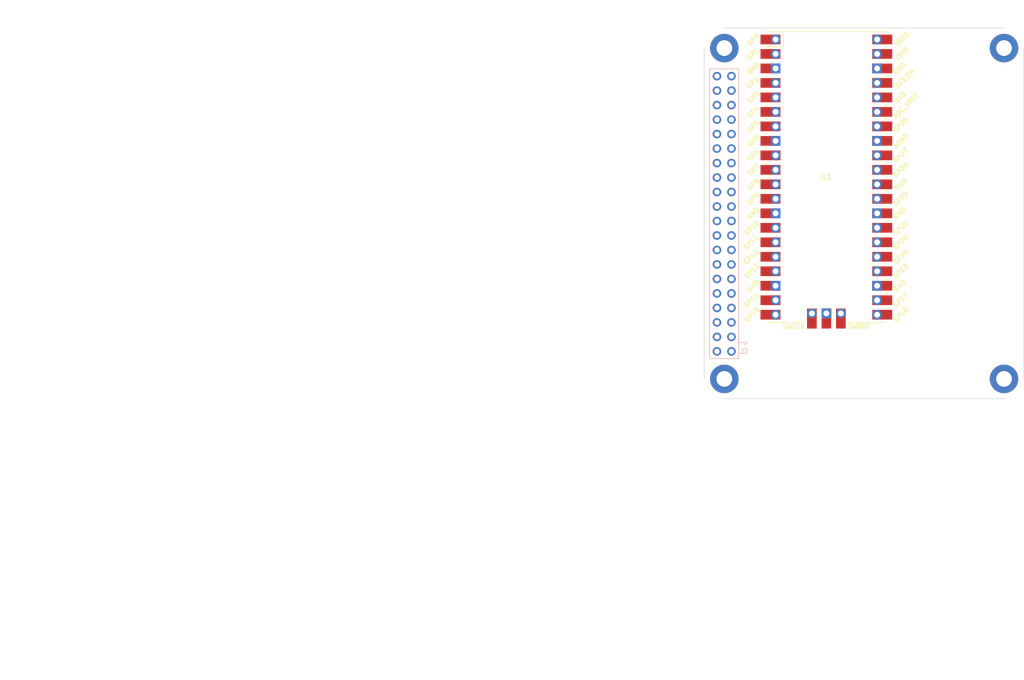
<source format=kicad_pcb>
(kicad_pcb (version 20211014) (generator pcbnew)
  (layers (0 "F.Cu" signal) (31 "B.Cu" signal) (34 "B.Paste" user) (35 "F.Paste" user) (36 "B.SilkS" user "B.Silkscreen") (37 "F.SilkS" user "F.Silkscreen") (38 "B.Mask" user) (39 "F.Mask" user) (44 "Edge.Cuts" user))
  (net 0 "")
  (net 1 "NetP1_12")
  (net 2 "TXD")
  (net 3 "PWR")
  (net 4 "BTN2")
  (net 5 "BTN1")
  (net 6 "RXD")
  (net 7 "PCM_FS")
  (net 8 "PCM_DOUT")
  (net 9 "GND")
  (net 10 "SCL")
  (net 11 "SDA")
  (footprint "DEFAULT" (layer "F.Cu") (at 0 0)
    (fp_text reference "" (at 0 0) (layer "F.SilkS") (effects (font (size 1.27 1.27))))
    (fp_text value "" (at 0 0) (layer "F.SilkS") (effects (font (size 1.27 1.27))))
    (pad "" thru_hole circle locked (at 126.65 -52.5) (size 5 5) (drill 2.75) (layers *.Cu) (net 9 "GND"))
    (pad "" thru_hole circle locked (at 175.65 -110.5) (size 5 5) (drill 2.75) (layers *.Cu) (net 9 "GND"))
    (pad "" thru_hole circle locked (at 126.65 -110.5) (size 5 5) (drill 2.75) (layers *.Cu) (net 9 "GND"))
    (pad "" thru_hole circle locked (at 175.65 -52.5) (size 5 5) (drill 2.75) (layers *.Cu) (net 9 "GND"))
  )
  (footprint "MCU_RaspberryPi_and_Boards:RPi_Pico_SMD_TH" (layer "F.Cu") (at 144.526 -87.884)
    (fp_text reference "U1" (at 0 0) (layer "F.SilkS"))
    (fp_text value "Pico")
    (fp_text user "GP19" (at 13.054 13.97 45) (layer "F.SilkS") (effects (font (size 0.8 0.8))))
    (fp_text user "VSYS" (at 13.2 -21.59 45) (layer "F.SilkS") (effects (font (size 0.8 0.8))))
    (fp_text user "GND" (at -12.8 19.05 45) (layer "F.SilkS") (effects (font (size 0.8 0.8))))
    (fp_text user "GP13" (at -13.054 16.51 45) (layer "F.SilkS") (effects (font (size 0.8 0.8))))
    (fp_text user "GP16" (at 13.054 24.13 45) (layer "F.SilkS") (effects (font (size 0.8 0.8))))
    (fp_text user "GP21" (at 13.054 8.9 45) (layer "F.SilkS") (effects (font (size 0.8 0.8))))
    (fp_text user "GND" (at -12.8 -6.35 45) (layer "F.SilkS") (effects (font (size 0.8 0.8))))
    (fp_text user "GND" (at -12.8 6.35 45) (layer "F.SilkS") (effects (font (size 0.8 0.8))))
    (fp_text user "GP11" (at -13.2 11.43 45) (layer "F.SilkS") (effects (font (size 0.8 0.8))))
    (fp_text user "GP17" (at 13.054 21.59 45) (layer "F.SilkS") (effects (font (size 0.8 0.8))))
    (fp_text user "SWDIO" (at 5.6 26.2) (layer "F.SilkS") (effects (font (size 0.8 0.8))))
    (fp_text user "GND" (at -12.8 -19.05 45) (layer "F.SilkS") (effects (font (size 0.8 0.8))))
    (fp_text user "GND" (at 12.8 6.35 45) (layer "F.SilkS") (effects (font (size 0.8 0.8))))
    (fp_text user "GP3" (at -12.8 -13.97 45) (layer "F.SilkS") (effects (font (size 0.8 0.8))))
    (fp_text user "GP12" (at -13.2 13.97 45) (layer "F.SilkS") (effects (font (size 0.8 0.8))))
    (fp_text user "GP20" (at 13.054 11.43 45) (layer "F.SilkS") (effects (font (size 0.8 0.8))))
    (fp_text user "GP1" (at -12.9 -21.6 45) (layer "F.SilkS") (effects (font (size 0.8 0.8))))
    (fp_text user "3V3_EN" (at 13.7 -17.2 45) (layer "F.SilkS") (effects (font (size 0.8 0.8))))
    (fp_text user "GND" (at 12.8 -19.05 45) (layer "F.SilkS") (effects (font (size 0.8 0.8))))
    (fp_text user "GP7" (at -12.7 -1.3 45) (layer "F.SilkS") (effects (font (size 0.8 0.8))))
    (fp_text user "GP0" (at -12.8 -24.13 45) (layer "F.SilkS") (effects (font (size 0.8 0.8))))
    (fp_text user "ADC_VREF" (at 14 -12.5 45) (layer "F.SilkS") (effects (font (size 0.8 0.8))))
    (fp_text user "GP9" (at -12.8 3.81 45) (layer "F.SilkS") (effects (font (size 0.8 0.8))))
    (fp_text user "VBUS" (at 13.3 -24.2 45) (layer "F.SilkS") (effects (font (size 0.8 0.8))))
    (fp_text user "GP6" (at -12.8 -3.81 45) (layer "F.SilkS") (effects (font (size 0.8 0.8))))
    (fp_text user "3V3" (at 12.9 -13.9 45) (layer "F.SilkS") (effects (font (size 0.8 0.8))))
    (fp_text user "AGND" (at 13.054 -6.35 45) (layer "F.SilkS") (effects (font (size 0.8 0.8))))
    (fp_text user "SWCLK" (at -5.7 26.2) (layer "F.SilkS") (effects (font (size 0.8 0.8))))
    (fp_text user "GP2" (at -12.9 -16.51 45) (layer "F.SilkS") (effects (font (size 0.8 0.8))))
    (fp_text user "GP27" (at 13.054 -3.8 45) (layer "F.SilkS") (effects (font (size 0.8 0.8))))
    (fp_text user "GP22" (at 13.054 3.81 45) (layer "F.SilkS") (effects (font (size 0.8 0.8))))
    (fp_text user "RUN" (at 13 1.27 45) (layer "F.SilkS") (effects (font (size 0.8 0.8))))
    (fp_text user "GND" (at 12.8 19.05 45) (layer "F.SilkS") (effects (font (size 0.8 0.8))))
    (fp_text user "GP14" (at -13.1 21.59 45) (layer "F.SilkS") (effects (font (size 0.8 0.8))))
    (fp_text user "GP10" (at -13.054 8.89 45) (layer "F.SilkS") (effects (font (size 0.8 0.8))))
    (fp_text user "GP5" (at -12.8 -8.89 45) (layer "F.SilkS") (effects (font (size 0.8 0.8))))
    (fp_text user "GP26" (at 13.054 -1.27 45) (layer "F.SilkS") (effects (font (size 0.8 0.8))))
    (fp_text user "GP15" (at -13.054 24.13 45) (layer "F.SilkS") (effects (font (size 0.8 0.8))))
    (fp_text user "GP18" (at 13.054 16.51 45) (layer "F.SilkS") (effects (font (size 0.8 0.8))))
    (fp_text user "GP4" (at -12.8 -11.43 45) (layer "F.SilkS") (effects (font (size 0.8 0.8))))
    (fp_text user "GP8" (at -12.8 1.27 45) (layer "F.SilkS") (effects (font (size 0.8 0.8))))
    (fp_text user "GP28" (at 13.054 -9.144 45) (layer "F.SilkS") (effects (font (size 0.8 0.8))))
    (fp_line (start -3.7 25.5) (end -10.5 25.5) (layer "F.SilkS") (width 0.12))
    (fp_line (start -10.5 12.5) (end -10.5 12.9) (layer "F.SilkS") (width 0.12))
    (fp_line (start 10.5 -2.7) (end 10.5 -2.3) (layer "F.SilkS") (width 0.12))
    (fp_line (start 10.5 10) (end 10.5 10.4) (layer "F.SilkS") (width 0.12))
    (fp_line (start 10.5 -10.4) (end 10.5 -10) (layer "F.SilkS") (width 0.12))
    (fp_line (start 10.5 -20.5) (end 10.5 -20.1) (layer "F.SilkS") (width 0.12))
    (fp_line (start 10.5 -23.1) (end 10.5 -22.7) (layer "F.SilkS") (width 0.12))
    (fp_line (start 10.5 -25.5) (end 10.5 -25.2) (layer "F.SilkS") (width 0.12))
    (fp_line (start 10.5 17.6) (end 10.5 18) (layer "F.SilkS") (width 0.12))
    (fp_line (start -10.5 -25.5) (end -10.5 -25.2) (layer "F.SilkS") (width 0.12))
    (fp_line (start 10.5 15.1) (end 10.5 15.5) (layer "F.SilkS") (width 0.12))
    (fp_line (start 10.5 20.1) (end 10.5 20.5) (layer "F.SilkS") (width 0.12))
    (fp_line (start 10.5 12.5) (end 10.5 12.9) (layer "F.SilkS") (width 0.12))
    (fp_line (start -10.5 -5.3) (end -10.5 -4.9) (layer "F.SilkS") (width 0.12))
    (fp_line (start 10.5 22.7) (end 10.5 23.1) (layer "F.SilkS") (width 0.12))
    (fp_line (start -10.5 -10.4) (end -10.5 -10) (layer "F.SilkS") (width 0.12))
    (fp_line (start 10.5 -12.9) (end 10.5 -12.5) (layer "F.SilkS") (width 0.12))
    (fp_line (start 10.5 7.4) (end 10.5 7.8) (layer "F.SilkS") (width 0.12))
    (fp_line (start 10.5 4.9) (end 10.5 5.3) (layer "F.SilkS") (width 0.12))
    (fp_line (start -10.5 15.1) (end -10.5 15.5) (layer "F.SilkS") (width 0.12))
    (fp_line (start -10.5 20.1) (end -10.5 20.5) (layer "F.SilkS") (width 0.12))
    (fp_line (start -10.5 -20.5) (end -10.5 -20.1) (layer "F.SilkS") (width 0.12))
    (fp_line (start -10.5 -2.7) (end -10.5 -2.3) (layer "F.SilkS") (width 0.12))
    (fp_line (start -10.5 10) (end -10.5 10.4) (layer "F.SilkS") (width 0.12))
    (fp_line (start -10.5 -12.9) (end -10.5 -12.5) (layer "F.SilkS") (width 0.12))
    (fp_line (start -10.5 -7.8) (end -10.5 -7.4) (layer "F.SilkS") (width 0.12))
    (fp_line (start 10.5 -7.8) (end 10.5 -7.4) (layer "F.SilkS") (width 0.12))
    (fp_line (start -10.5 22.7) (end -10.5 23.1) (layer "F.SilkS") (width 0.12))
    (fp_line (start -7.493 -22.833) (end -7.493 -25.5) (layer "F.SilkS") (width 0.12))
    (fp_line (start 10.5 25.5) (end 3.7 25.5) (layer "F.SilkS") (width 0.12))
    (fp_line (start -10.5 2.3) (end -10.5 2.7) (layer "F.SilkS") (width 0.12))
    (fp_line (start -10.5 -18) (end -10.5 -17.6) (layer "F.SilkS") (width 0.12))
    (fp_line (start 10.5 2.3) (end 10.5 2.7) (layer "F.SilkS") (width 0.12))
    (fp_line (start -10.5 -25.5) (end 10.5 -25.5) (layer "F.SilkS") (width 0.12))
    (fp_line (start 10.5 -18) (end 10.5 -17.6) (layer "F.SilkS") (width 0.12))
    (fp_line (start -1.5 25.5) (end -1.1 25.5) (layer "F.SilkS") (width 0.12))
    (fp_line (start 1.1 25.5) (end 1.5 25.5) (layer "F.SilkS") (width 0.12))
    (fp_line (start -10.5 7.4) (end -10.5 7.8) (layer "F.SilkS") (width 0.12))
    (fp_line (start 10.5 -5.3) (end 10.5 -4.9) (layer "F.SilkS") (width 0.12))
    (fp_line (start -10.5 17.6) (end -10.5 18) (layer "F.SilkS") (width 0.12))
    (fp_line (start 10.5 -0.2) (end 10.5 0.2) (layer "F.SilkS") (width 0.12))
    (fp_line (start -10.5 4.9) (end -10.5 5.3) (layer "F.SilkS") (width 0.12))
    (fp_line (start 10.5 -15.4) (end 10.5 -15) (layer "F.SilkS") (width 0.12))
    (fp_line (start -10.5 -22.833) (end -7.493 -22.833) (layer "F.SilkS") (width 0.12))
    (fp_line (start -10.5 -0.2) (end -10.5 0.2) (layer "F.SilkS") (width 0.12))
    (fp_line (start -10.5 -15.4) (end -10.5 -15) (layer "F.SilkS") (width 0.12))
    (fp_line (start -10.5 -23.1) (end -10.5 -22.7) (layer "F.SilkS") (width 0.12))
    (pad "" np_thru_hole oval (at -2.425 -20.97) (size 1.5 1.5) (drill 1.5) (layers *.Cu *.Mask))
    (pad "" np_thru_hole oval (at 2.425 -20.97) (size 1.5 1.5) (drill 1.5) (layers *.Cu *.Mask))
    (pad "" np_thru_hole oval (at 2.725 -24) (size 1.8 1.8) (drill 1.8) (layers *.Cu *.Mask))
    (pad "" np_thru_hole oval (at -2.725 -24) (size 1.8 1.8) (drill 1.8) (layers *.Cu *.Mask))
    (pad "1" smd rect (at -8.89 -24.13) (size 3.5 1.7) (drill (offset -0.9 0)) (layers "F.Cu" "F.Mask"))
    (pad "1" thru_hole oval (at -8.89 -24.13) (size 1.7 1.7) (drill 1.02) (layers *.Cu *.Mask))
    (pad "2" smd rect (at -8.89 -21.59) (size 3.5 1.7) (drill (offset -0.9 0)) (layers "F.Cu" "F.Mask"))
    (pad "2" thru_hole oval (at -8.89 -21.59) (size 1.7 1.7) (drill 1.02) (layers *.Cu *.Mask))
    (pad "3" smd rect (at -8.89 -19.05) (size 3.5 1.7) (drill (offset -0.9 0)) (layers "F.Cu" "F.Mask"))
    (pad "3" thru_hole rect (at -8.89 -19.05) (size 1.7 1.7) (drill 1.02) (layers *.Cu *.Mask))
    (pad "4" thru_hole oval (at -8.89 -16.51) (size 1.7 1.7) (drill 1.02) (layers *.Cu *.Mask))
    (pad "4" smd rect (at -8.89 -16.51) (size 3.5 1.7) (drill (offset -0.9 0)) (layers "F.Cu" "F.Mask"))
    (pad "5" thru_hole oval (at -8.89 -13.97) (size 1.7 1.7) (drill 1.02) (layers *.Cu *.Mask))
    (pad "5" smd rect (at -8.89 -13.97) (size 3.5 1.7) (drill (offset -0.9 0)) (layers "F.Cu" "F.Mask"))
    (pad "6" thru_hole oval (at -8.89 -11.43) (size 1.7 1.7) (drill 1.02) (layers *.Cu *.Mask))
    (pad "6" smd rect (at -8.89 -11.43) (size 3.5 1.7) (drill (offset -0.9 0)) (layers "F.Cu" "F.Mask"))
    (pad "7" smd rect (at -8.89 -8.89) (size 3.5 1.7) (drill (offset -0.9 0)) (layers "F.Cu" "F.Mask"))
    (pad "7" thru_hole oval (at -8.89 -8.89) (size 1.7 1.7) (drill 1.02) (layers *.Cu *.Mask))
    (pad "8" smd rect (at -8.89 -6.35) (size 3.5 1.7) (drill (offset -0.9 0)) (layers "F.Cu" "F.Mask"))
    (pad "8" thru_hole rect (at -8.89 -6.35) (size 1.7 1.7) (drill 1.02) (layers *.Cu *.Mask))
    (pad "9" smd rect (at -8.89 -3.81) (size 3.5 1.7) (drill (offset -0.9 0)) (layers "F.Cu" "F.Mask"))
    (pad "9" thru_hole oval (at -8.89 -3.81) (size 1.7 1.7) (drill 1.02) (layers *.Cu *.Mask))
    (pad "10" thru_hole oval (at -8.89 -1.27) (size 1.7 1.7) (drill 1.02) (layers *.Cu *.Mask))
    (pad "10" smd rect (at -8.89 -1.27) (size 3.5 1.7) (drill (offset -0.9 0)) (layers "F.Cu" "F.Mask"))
    (pad "11" smd rect (at -8.89 1.27) (size 3.5 1.7) (drill (offset -0.9 0)) (layers "F.Cu" "F.Mask"))
    (pad "11" thru_hole oval (at -8.89 1.27) (size 1.7 1.7) (drill 1.02) (layers *.Cu *.Mask))
    (pad "12" smd rect (at -8.89 3.81) (size 3.5 1.7) (drill (offset -0.9 0)) (layers "F.Cu" "F.Mask"))
    (pad "12" thru_hole oval (at -8.89 3.81) (size 1.7 1.7) (drill 1.02) (layers *.Cu *.Mask))
    (pad "13" smd rect (at -8.89 6.35) (size 3.5 1.7) (drill (offset -0.9 0)) (layers "F.Cu" "F.Mask"))
    (pad "13" thru_hole rect (at -8.89 6.35) (size 1.7 1.7) (drill 1.02) (layers *.Cu *.Mask))
    (pad "14" thru_hole oval (at -8.89 8.89) (size 1.7 1.7) (drill 1.02) (layers *.Cu *.Mask))
    (pad "14" smd rect (at -8.89 8.89) (size 3.5 1.7) (drill (offset -0.9 0)) (layers "F.Cu" "F.Mask"))
    (pad "15" smd rect (at -8.89 11.43) (size 3.5 1.7) (drill (offset -0.9 0)) (layers "F.Cu" "F.Mask"))
    (pad "15" thru_hole oval (at -8.89 11.43) (size 1.7 1.7) (drill 1.02) (layers *.Cu *.Mask))
    (pad "16" smd rect (at -8.89 13.97) (size 3.5 1.7) (drill (offset -0.9 0)) (layers "F.Cu" "F.Mask"))
    (pad "16" thru_hole oval (at -8.89 13.97) (size 1.7 1.7) (drill 1.02) (layers *.Cu *.Mask))
    (pad "17" smd rect (at -8.89 16.51) (size 3.5 1.7) (drill (offset -0.9 0)) (layers "F.Cu" "F.Mask"))
    (pad "17" thru_hole oval (at -8.89 16.51) (size 1.7 1.7) (drill 1.02) (layers *.Cu *.Mask))
    (pad "18" smd rect (at -8.89 19.05) (size 3.5 1.7) (drill (offset -0.9 0)) (layers "F.Cu" "F.Mask"))
    (pad "18" thru_hole rect (at -8.89 19.05) (size 1.7 1.7) (drill 1.02) (layers *.Cu *.Mask))
    (pad "19" smd rect (at -8.89 21.59) (size 3.5 1.7) (drill (offset -0.9 0)) (layers "F.Cu" "F.Mask"))
    (pad "19" thru_hole oval (at -8.89 21.59) (size 1.7 1.7) (drill 1.02) (layers *.Cu *.Mask))
    (pad "20" smd rect (at -8.89 24.13) (size 3.5 1.7) (drill (offset -0.9 0)) (layers "F.Cu" "F.Mask"))
    (pad "20" thru_hole oval (at -8.89 24.13) (size 1.7 1.7) (drill 1.02) (layers *.Cu *.Mask))
    (pad "21" smd rect (at 8.89 24.13) (size 3.5 1.7) (drill (offset 0.9 0)) (layers "F.Cu" "F.Mask"))
    (pad "21" thru_hole oval (at 8.89 24.13) (size 1.7 1.7) (drill 1.02) (layers *.Cu *.Mask))
    (pad "22" smd rect (at 8.89 21.59) (size 3.5 1.7) (drill (offset 0.9 0)) (layers "F.Cu" "F.Mask"))
    (pad "22" thru_hole oval (at 8.89 21.59) (size 1.7 1.7) (drill 1.02) (layers *.Cu *.Mask))
    (pad "23" smd rect (at 8.89 19.05) (size 3.5 1.7) (drill (offset 0.9 0)) (layers "F.Cu" "F.Mask"))
    (pad "23" thru_hole rect (at 8.89 19.05) (size 1.7 1.7) (drill 1.02) (layers *.Cu *.Mask))
    (pad "24" thru_hole oval (at 8.89 16.51) (size 1.7 1.7) (drill 1.02) (layers *.Cu *.Mask))
    (pad "24" smd rect (at 8.89 16.51) (size 3.5 1.7) (drill (offset 0.9 0)) (layers "F.Cu" "F.Mask"))
    (pad "25" smd rect (at 8.89 13.97) (size 3.5 1.7) (drill (offset 0.9 0)) (layers "F.Cu" "F.Mask"))
    (pad "25" thru_hole oval (at 8.89 13.97) (size 1.7 1.7) (drill 1.02) (layers *.Cu *.Mask))
    (pad "26" smd rect (at 8.89 11.43) (size 3.5 1.7) (drill (offset 0.9 0)) (layers "F.Cu" "F.Mask"))
    (pad "26" thru_hole oval (at 8.89 11.43) (size 1.7 1.7) (drill 1.02) (layers *.Cu *.Mask))
    (pad "27" smd rect (at 8.89 8.89) (size 3.5 1.7) (drill (offset 0.9 0)) (layers "F.Cu" "F.Mask"))
    (pad "27" thru_hole oval (at 8.89 8.89) (size 1.7 1.7) (drill 1.02) (layers *.Cu *.Mask))
    (pad "28" thru_hole rect (at 8.89 6.35) (size 1.7 1.7) (drill 1.02) (layers *.Cu *.Mask))
    (pad "28" smd rect (at 8.89 6.35) (size 3.5 1.7) (drill (offset 0.9 0)) (layers "F.Cu" "F.Mask"))
    (pad "29" smd rect (at 8.89 3.81) (size 3.5 1.7) (drill (offset 0.9 0)) (layers "F.Cu" "F.Mask"))
    (pad "29" thru_hole oval (at 8.89 3.81) (size 1.7 1.7) (drill 1.02) (layers *.Cu *.Mask))
    (pad "30" smd rect (at 8.89 1.27) (size 3.5 1.7) (drill (offset 0.9 0)) (layers "F.Cu" "F.Mask"))
    (pad "30" thru_hole oval (at 8.89 1.27) (size 1.7 1.7) (drill 1.02) (layers *.Cu *.Mask))
    (pad "31" smd rect (at 8.89 -1.27) (size 3.5 1.7) (drill (offset 0.9 0)) (layers "F.Cu" "F.Mask"))
    (pad "31" thru_hole oval (at 8.89 -1.27) (size 1.7 1.7) (drill 1.02) (layers *.Cu *.Mask))
    (pad "32" smd rect (at 8.89 -3.81) (size 3.5 1.7) (drill (offset 0.9 0)) (layers "F.Cu" "F.Mask"))
    (pad "32" thru_hole oval (at 8.89 -3.81) (size 1.7 1.7) (drill 1.02) (layers *.Cu *.Mask))
    (pad "33" smd rect (at 8.89 -6.35) (size 3.5 1.7) (drill (offset 0.9 0)) (layers "F.Cu" "F.Mask"))
    (pad "33" thru_hole rect (at 8.89 -6.35) (size 1.7 1.7) (drill 1.02) (layers *.Cu *.Mask))
    (pad "34" thru_hole oval (at 8.89 -8.89) (size 1.7 1.7) (drill 1.02) (layers *.Cu *.Mask))
    (pad "34" smd rect (at 8.89 -8.89) (size 3.5 1.7) (drill (offset 0.9 0)) (layers "F.Cu" "F.Mask"))
    (pad "35" smd rect (at 8.89 -11.43) (size 3.5 1.7) (drill (offset 0.9 0)) (layers "F.Cu" "F.Mask"))
    (pad "35" thru_hole oval (at 8.89 -11.43) (size 1.7 1.7) (drill 1.02) (layers *.Cu *.Mask))
    (pad "36" thru_hole oval (at 8.89 -13.97) (size 1.7 1.7) (drill 1.02) (layers *.Cu *.Mask))
    (pad "36" smd rect (at 8.89 -13.97) (size 3.5 1.7) (drill (offset 0.9 0)) (layers "F.Cu" "F.Mask"))
    (pad "37" thru_hole oval (at 8.89 -16.51) (size 1.7 1.7) (drill 1.02) (layers *.Cu *.Mask))
    (pad "37" smd rect (at 8.89 -16.51) (size 3.5 1.7) (drill (offset 0.9 0)) (layers "F.Cu" "F.Mask"))
    (pad "38" thru_hole rect (at 8.89 -19.05) (size 1.7 1.7) (drill 1.02) (layers *.Cu *.Mask))
    (pad "38" smd rect (at 8.89 -19.05) (size 3.5 1.7) (drill (offset 0.9 0)) (layers "F.Cu" "F.Mask"))
    (pad "39" smd rect (at 8.89 -21.59) (size 3.5 1.7) (drill (offset 0.9 0)) (layers "F.Cu" "F.Mask"))
    (pad "39" thru_hole oval (at 8.89 -21.59) (size 1.7 1.7) (drill 1.02) (layers *.Cu *.Mask))
    (pad "40" thru_hole oval (at 8.89 -24.13) (size 1.7 1.7) (drill 1.02) (layers *.Cu *.Mask))
    (pad "40" smd rect (at 8.89 -24.13) (size 3.5 1.7) (drill (offset 0.9 0)) (layers "F.Cu" "F.Mask"))
    (pad "41" thru_hole oval (at -2.54 23.9) (size 1.7 1.7) (drill 1.02) (layers *.Cu *.Mask))
    (pad "41" smd rect (at -2.54 23.9 90) (size 3.5 1.7) (drill (offset -0.9 0)) (layers "F.Cu" "F.Mask"))
    (pad "42" smd rect (at 0 23.9 90) (size 3.5 1.7) (drill (offset -0.9 0)) (layers "F.Cu" "F.Mask"))
    (pad "42" thru_hole rect (at 0 23.9) (size 1.7 1.7) (drill 1.02) (layers *.Cu *.Mask))
    (pad "43" smd rect (at 2.54 23.9 90) (size 3.5 1.7) (drill (offset -0.9 0)) (layers "F.Cu" "F.Mask"))
    (pad "43" thru_hole oval (at 2.54 23.9) (size 1.7 1.7) (drill 1.02) (layers *.Cu *.Mask))
  )
  (footprint "HDR20x2" (layer "B.Cu") (at 127.898 -57.326)
    (fp_text reference "P1" hide)
    (fp_text value "Header, 20-Pin, Dual row" hide)
    (pad "1" thru_hole oval locked (at 0 0 90) (size 1.5 1.5) (drill 0.9) (layers *.Cu))
    (pad "2" thru_hole circle locked (at -2.54 0 90) (size 1.5 1.5) (drill 0.9) (layers *.Cu) (net 3 "PWR"))
    (pad "3" thru_hole circle locked (at 0 -2.54 90) (size 1.5 1.5) (drill 0.9) (layers *.Cu) (net 11 "SDA"))
    (pad "4" thru_hole circle locked (at -2.54 -2.54 90) (size 1.5 1.5) (drill 0.9) (layers *.Cu) (net 3 "PWR"))
    (pad "5" thru_hole circle locked (at 0 -5.08 90) (size 1.5 1.5) (drill 0.9) (layers *.Cu) (net 10 "SCL"))
    (pad "6" thru_hole circle locked (at -2.54 -5.08 90) (size 1.5 1.5) (drill 0.9) (layers *.Cu) (net 9 "GND"))
    (pad "7" thru_hole circle locked (at 0 -7.62 90) (size 1.5 1.5) (drill 0.9) (layers *.Cu))
    (pad "8" thru_hole circle locked (at -2.54 -7.62 90) (size 1.5 1.5) (drill 0.9) (layers *.Cu) (net 2 "TXD"))
    (pad "9" thru_hole circle locked (at 0 -10.16 90) (size 1.5 1.5) (drill 0.9) (layers *.Cu) (net 9 "GND"))
    (pad "10" thru_hole circle locked (at -2.54 -10.16 90) (size 1.5 1.5) (drill 0.9) (layers *.Cu) (net 6 "RXD"))
    (pad "11" thru_hole circle locked (at 0 -12.7 90) (size 1.5 1.5) (drill 0.9) (layers *.Cu) (net 5 "BTN1"))
    (pad "12" thru_hole circle locked (at -2.54 -12.7 90) (size 1.5 1.5) (drill 0.9) (layers *.Cu) (net 1 "NetP1_12"))
    (pad "13" thru_hole circle locked (at 0 -15.24 90) (size 1.5 1.5) (drill 0.9) (layers *.Cu) (net 4 "BTN2"))
    (pad "14" thru_hole circle locked (at -2.54 -15.24 90) (size 1.5 1.5) (drill 0.9) (layers *.Cu) (net 9 "GND"))
    (pad "15" thru_hole circle locked (at 0 -17.78 90) (size 1.5 1.5) (drill 0.9) (layers *.Cu))
    (pad "16" thru_hole circle locked (at -2.54 -17.78 90) (size 1.5 1.5) (drill 0.9) (layers *.Cu))
    (pad "17" thru_hole circle locked (at 0 -20.32 90) (size 1.5 1.5) (drill 0.9) (layers *.Cu))
    (pad "18" thru_hole circle locked (at -2.54 -20.32 90) (size 1.5 1.5) (drill 0.9) (layers *.Cu))
    (pad "19" thru_hole circle locked (at 0 -22.86 90) (size 1.5 1.5) (drill 0.9) (layers *.Cu))
    (pad "20" thru_hole circle locked (at -2.54 -22.86 90) (size 1.5 1.5) (drill 0.9) (layers *.Cu) (net 9 "GND"))
    (pad "21" thru_hole circle locked (at 0 -25.4 90) (size 1.5 1.5) (drill 0.9) (layers *.Cu))
    (pad "22" thru_hole circle locked (at -2.54 -25.4 90) (size 1.5 1.5) (drill 0.9) (layers *.Cu))
    (pad "23" thru_hole circle locked (at 0 -27.94 90) (size 1.5 1.5) (drill 0.9) (layers *.Cu))
    (pad "24" thru_hole circle locked (at -2.54 -27.94 90) (size 1.5 1.5) (drill 0.9) (layers *.Cu))
    (pad "25" thru_hole circle locked (at 0 -30.48 90) (size 1.5 1.5) (drill 0.9) (layers *.Cu) (net 9 "GND"))
    (pad "26" thru_hole circle locked (at -2.54 -30.48 90) (size 1.5 1.5) (drill 0.9) (layers *.Cu))
    (pad "27" thru_hole circle locked (at 0 -33.02 90) (size 1.5 1.5) (drill 0.9) (layers *.Cu))
    (pad "28" thru_hole circle locked (at -2.54 -33.02 90) (size 1.5 1.5) (drill 0.9) (layers *.Cu))
    (pad "29" thru_hole circle locked (at 0 -35.56 90) (size 1.5 1.5) (drill 0.9) (layers *.Cu))
    (pad "30" thru_hole circle locked (at -2.54 -35.56 90) (size 1.5 1.5) (drill 0.9) (layers *.Cu) (net 9 "GND"))
    (pad "31" thru_hole circle locked (at 0 -38.1 90) (size 1.5 1.5) (drill 0.9) (layers *.Cu))
    (pad "32" thru_hole circle locked (at -2.54 -38.1 90) (size 1.5 1.5) (drill 0.9) (layers *.Cu))
    (pad "33" thru_hole circle locked (at 0 -40.64 90) (size 1.5 1.5) (drill 0.9) (layers *.Cu))
    (pad "34" thru_hole circle locked (at -2.54 -40.64 90) (size 1.5 1.5) (drill 0.9) (layers *.Cu) (net 9 "GND"))
    (pad "35" thru_hole circle locked (at 0 -43.18 90) (size 1.5 1.5) (drill 0.9) (layers *.Cu) (net 7 "PCM_FS"))
    (pad "36" thru_hole circle locked (at -2.54 -43.18 90) (size 1.5 1.5) (drill 0.9) (layers *.Cu))
    (pad "37" thru_hole circle locked (at 0 -45.72 90) (size 1.5 1.5) (drill 0.9) (layers *.Cu))
    (pad "38" thru_hole circle locked (at -2.54 -45.72 90) (size 1.5 1.5) (drill 0.9) (layers *.Cu))
    (pad "39" thru_hole circle locked (at 0 -48.26 90) (size 1.5 1.5) (drill 0.9) (layers *.Cu) (net 9 "GND"))
    (pad "40" thru_hole circle locked (at -2.54 -48.26 90) (size 1.5 1.5) (drill 0.9) (layers *.Cu) (net 8 "PCM_DOUT"))
  )
  (gr_line (start 124.088 -56.056) (end 129.168 -56.056) (layer "B.SilkS") (width 0.12))
  (gr_line (start 124.088 -106.856) (end 129.168 -106.856) (layer "B.SilkS") (width 0.12))
  (gr_line (start 124.088 -56.056) (end 124.088 -106.856) (layer "B.SilkS") (width 0.12))
  (gr_line (start 129.168 -56.056) (end 129.168 -106.856) (layer "B.SilkS") (width 0.12))
  (gr_line (start 179.12538 -52.5) (end 179.12538 -110.55) (layer "Edge.Cuts") (width 0.1))
  (gr_line (start 123.12462 -52.5) (end 123.12462 -110.55) (layer "Edge.Cuts") (width 0.1))
  (gr_line (start 126.6 -114.02538) (end 126.60036 -114.02538) (layer "Edge.Cuts") (width 0.1))
  (gr_line (start 126.6 -114.02538) (end 126.6 -114.02538) (layer "Edge.Cuts") (width 0.1))
  (gr_line (start 126.6 -49.02462) (end 175.65 -49.02462) (layer "Edge.Cuts") (width 0.1))
  (gr_line (start 126.6 -114.02538) (end 175.64964 -114.02538) (layer "Edge.Cuts") (width 0.1))
  (gr_text "P1" (at 129.82164 -56.56399 270) (layer "B.SilkS") (effects (font (size 1.524 1.524) (thickness 0.1)) (justify left mirror)))
)
</source>
